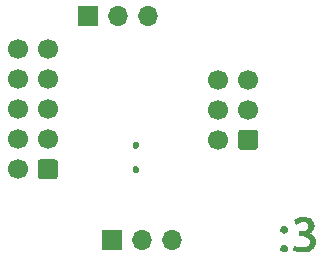
<source format=gts>
G04 #@! TF.GenerationSoftware,KiCad,Pcbnew,8.0.5-8.0.5-0~ubuntu20.04.1*
G04 #@! TF.CreationDate,2025-01-24T13:48:22+00:00*
G04 #@! TF.ProjectId,wchlinke-tagconnect,7763686c-696e-46b6-952d-746167636f6e,rev?*
G04 #@! TF.SameCoordinates,Original*
G04 #@! TF.FileFunction,Soldermask,Top*
G04 #@! TF.FilePolarity,Negative*
%FSLAX46Y46*%
G04 Gerber Fmt 4.6, Leading zero omitted, Abs format (unit mm)*
G04 Created by KiCad (PCBNEW 8.0.5-8.0.5-0~ubuntu20.04.1) date 2025-01-24 13:48:22*
%MOMM*%
%LPD*%
G01*
G04 APERTURE LIST*
%ADD10C,0.400000*%
%ADD11R,1.700000X1.700000*%
%ADD12O,1.700000X1.700000*%
%ADD13C,1.700000*%
G04 APERTURE END LIST*
D10*
G36*
X58399057Y-50116413D02*
G01*
X58367527Y-50261879D01*
X58299406Y-50351618D01*
X58167733Y-50427482D01*
X58061270Y-50442477D01*
X57914309Y-50413729D01*
X57820202Y-50351618D01*
X57739444Y-50224867D01*
X57723482Y-50116413D01*
X57754085Y-49970250D01*
X57820202Y-49879009D01*
X57952201Y-49801310D01*
X58061270Y-49785952D01*
X58205139Y-49815396D01*
X58299406Y-49879009D01*
X58382611Y-50007595D01*
X58399057Y-50116413D01*
G37*
G36*
X58399057Y-51710830D02*
G01*
X58367527Y-51856297D01*
X58299406Y-51946036D01*
X58167733Y-52021899D01*
X58061270Y-52036894D01*
X57914309Y-52008146D01*
X57820202Y-51946036D01*
X57739444Y-51819284D01*
X57723482Y-51710830D01*
X57754085Y-51564668D01*
X57820202Y-51473426D01*
X57952201Y-51395727D01*
X58061270Y-51380369D01*
X58205139Y-51409813D01*
X58299406Y-51473426D01*
X58382611Y-51602013D01*
X58399057Y-51710830D01*
G37*
G36*
X59612456Y-52036894D02*
G01*
X59460236Y-52031214D01*
X59377983Y-52023705D01*
X59232639Y-52004356D01*
X59150104Y-51990000D01*
X59005111Y-51957561D01*
X58953733Y-51943838D01*
X58818911Y-51896210D01*
X58920027Y-51474159D01*
X59062051Y-51528541D01*
X59177215Y-51565017D01*
X59327920Y-51597277D01*
X59476031Y-51611728D01*
X59595603Y-51614842D01*
X59750987Y-51606966D01*
X59897877Y-51579274D01*
X60037267Y-51518351D01*
X60077006Y-51488813D01*
X60172837Y-51372387D01*
X60219813Y-51227905D01*
X60225017Y-51151758D01*
X60204868Y-51005932D01*
X60167864Y-50924612D01*
X60064131Y-50812173D01*
X60011793Y-50778066D01*
X59876410Y-50721337D01*
X59783914Y-50699665D01*
X59634197Y-50681298D01*
X59511339Y-50676950D01*
X59338415Y-50676950D01*
X59338415Y-50254898D01*
X59549441Y-50254898D01*
X59695758Y-50244182D01*
X59745080Y-50235847D01*
X59888710Y-50188639D01*
X59924598Y-50169169D01*
X60035741Y-50069784D01*
X60055757Y-50040942D01*
X60103155Y-49895174D01*
X60106315Y-49835045D01*
X60079190Y-49686513D01*
X60068213Y-49663586D01*
X59972386Y-49548527D01*
X59968562Y-49545617D01*
X59832164Y-49480246D01*
X59827145Y-49478939D01*
X59680645Y-49458022D01*
X59658618Y-49457690D01*
X59511317Y-49469541D01*
X59368103Y-49508810D01*
X59320830Y-49529497D01*
X59190001Y-49601002D01*
X59066422Y-49686503D01*
X59059246Y-49692163D01*
X58873866Y-49270111D01*
X59007045Y-49198198D01*
X59017480Y-49193175D01*
X59154592Y-49135198D01*
X59205059Y-49116971D01*
X59346971Y-49075197D01*
X59426343Y-49058353D01*
X59571693Y-49039387D01*
X59676203Y-49035638D01*
X59836490Y-49042565D01*
X59993180Y-49065920D01*
X60098255Y-49094256D01*
X60241629Y-49154163D01*
X60369098Y-49238891D01*
X60391346Y-49258387D01*
X60492463Y-49373426D01*
X60564270Y-49507515D01*
X60607135Y-49657358D01*
X60621367Y-49810480D01*
X60621423Y-49821123D01*
X60602921Y-49976284D01*
X60547415Y-50117901D01*
X60509316Y-50178695D01*
X60407940Y-50294358D01*
X60284797Y-50385353D01*
X60220621Y-50419030D01*
X60355388Y-50478192D01*
X60485946Y-50566742D01*
X60597976Y-50679881D01*
X60677188Y-50803615D01*
X60727062Y-50947670D01*
X60746865Y-51094695D01*
X60748185Y-51147362D01*
X60737060Y-51297676D01*
X60700194Y-51449546D01*
X60680774Y-51501270D01*
X60607905Y-51635548D01*
X60507266Y-51752435D01*
X60473412Y-51782637D01*
X60348083Y-51870264D01*
X60210714Y-51936553D01*
X60120969Y-51968750D01*
X59964681Y-52007547D01*
X59805770Y-52028842D01*
X59649047Y-52036628D01*
X59612456Y-52036894D01*
G37*
G36*
G01*
X45387500Y-42650000D02*
X45612500Y-42650000D01*
G75*
G02*
X45725000Y-42762500I0J-112500D01*
G01*
X45725000Y-43137500D01*
G75*
G02*
X45612500Y-43250000I-112500J0D01*
G01*
X45387500Y-43250000D01*
G75*
G02*
X45275000Y-43137500I0J112500D01*
G01*
X45275000Y-42762500D01*
G75*
G02*
X45387500Y-42650000I112500J0D01*
G01*
G37*
G36*
G01*
X45387500Y-44750000D02*
X45612500Y-44750000D01*
G75*
G02*
X45725000Y-44862500I0J-112500D01*
G01*
X45725000Y-45237500D01*
G75*
G02*
X45612500Y-45350000I-112500J0D01*
G01*
X45387500Y-45350000D01*
G75*
G02*
X45275000Y-45237500I0J112500D01*
G01*
X45275000Y-44862500D01*
G75*
G02*
X45387500Y-44750000I112500J0D01*
G01*
G37*
D11*
X43460000Y-51000000D03*
D12*
X46000000Y-51000000D03*
X48540000Y-51000000D03*
G36*
G01*
X38890000Y-44400000D02*
X38890000Y-45600000D01*
G75*
G02*
X38640000Y-45850000I-250000J0D01*
G01*
X37440000Y-45850000D01*
G75*
G02*
X37190000Y-45600000I0J250000D01*
G01*
X37190000Y-44400000D01*
G75*
G02*
X37440000Y-44150000I250000J0D01*
G01*
X38640000Y-44150000D01*
G75*
G02*
X38890000Y-44400000I0J-250000D01*
G01*
G37*
D13*
X35500000Y-45000000D03*
X38040000Y-42460000D03*
X35500000Y-42460000D03*
X38040000Y-39920000D03*
X35500000Y-39920000D03*
X38040000Y-37380000D03*
X35500000Y-37380000D03*
X38040000Y-34840000D03*
X35500000Y-34840000D03*
D11*
X41420000Y-32000000D03*
D12*
X43960000Y-32000000D03*
X46500000Y-32000000D03*
G36*
G01*
X55850000Y-41900000D02*
X55850000Y-43100000D01*
G75*
G02*
X55600000Y-43350000I-250000J0D01*
G01*
X54400000Y-43350000D01*
G75*
G02*
X54150000Y-43100000I0J250000D01*
G01*
X54150000Y-41900000D01*
G75*
G02*
X54400000Y-41650000I250000J0D01*
G01*
X55600000Y-41650000D01*
G75*
G02*
X55850000Y-41900000I0J-250000D01*
G01*
G37*
D13*
X52460000Y-42500000D03*
X55000000Y-39960000D03*
X52460000Y-39960000D03*
X55000000Y-37420000D03*
X52460000Y-37420000D03*
M02*

</source>
